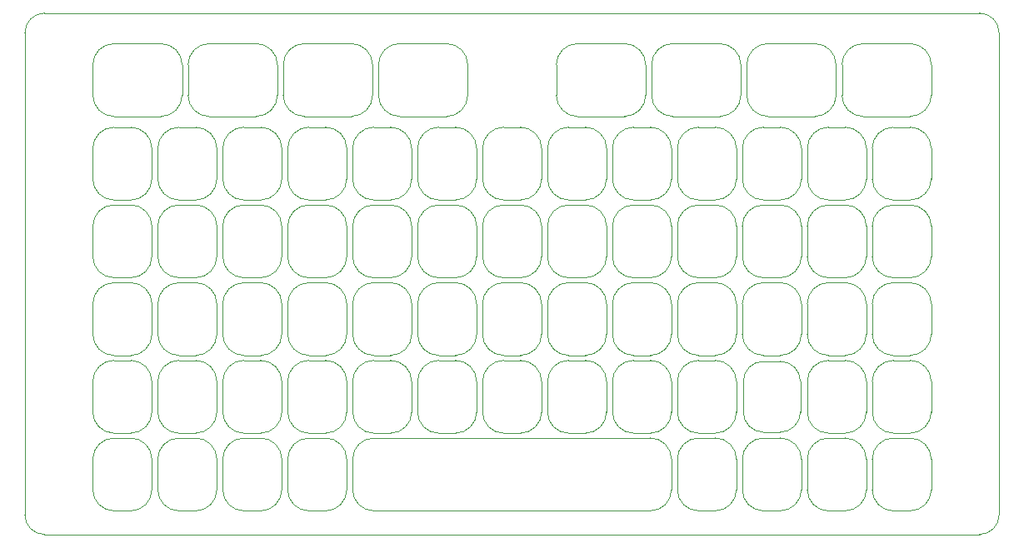
<source format=gbp>
G04*
G04 #@! TF.GenerationSoftware,Altium Limited,Altium Designer,24.2.2 (26)*
G04*
G04 Layer_Color=128*
%FSLAX25Y25*%
%MOIN*%
G70*
G04*
G04 #@! TF.SameCoordinates,661FBD00-BEF8-4439-B900-685B4A6DAB74*
G04*
G04*
G04 #@! TF.FilePolarity,Positive*
G04*
G01*
G75*
%ADD10C,0.00394*%
D10*
X261649Y-125197D02*
G03*
X270113Y-116732I-0J8465D01*
G01*
X261649Y-156299D02*
G03*
X270113Y-147835I-0J8465D01*
G01*
X235665Y-125197D02*
G03*
X244129Y-116732I-0J8465D01*
G01*
X246492D02*
G03*
X254956Y-125197I8465J-0D01*
G01*
X270113Y-135630D02*
G03*
X261649Y-127165I-8465J0D01*
G01*
X235665Y-156299D02*
G03*
X244129Y-147835I-0J8465D01*
G01*
Y-135630D02*
G03*
X235665Y-127165I-8465J0D01*
G01*
X254956D02*
G03*
X246492Y-135630I0J-8465D01*
G01*
Y-147835D02*
G03*
X254956Y-156299I8465J-0D01*
G01*
X270113Y-104528D02*
G03*
X261649Y-96063I-8465J0D01*
G01*
Y-94095D02*
G03*
X270113Y-85630I0J8465D01*
G01*
X246492D02*
G03*
X254956Y-94095I8465J0D01*
G01*
X244129Y-104528D02*
G03*
X235665Y-96063I-8465J0D01*
G01*
X254956D02*
G03*
X246492Y-104528I0J-8465D01*
G01*
X235665Y-94095D02*
G03*
X244129Y-85630I0J8465D01*
G01*
X228972Y-127165D02*
G03*
X220507Y-135630I0J-8465D01*
G01*
X220507Y-85630D02*
G03*
X228972Y-94095I8465J0D01*
G01*
X220507Y-116732D02*
G03*
X228972Y-125197I8465J-0D01*
G01*
X220507Y-147835D02*
G03*
X228972Y-156299I8465J-0D01*
G01*
Y-96063D02*
G03*
X220507Y-104528I0J-8465D01*
G01*
X228972Y-33858D02*
G03*
X220507Y-42323I0J-8465D01*
G01*
X254956Y-33858D02*
G03*
X246492Y-42323I0J-8465D01*
G01*
X270113D02*
G03*
X261649Y-33858I-8465J0D01*
G01*
X280940D02*
G03*
X272476Y-42323I0J-8465D01*
G01*
X244129Y-42323D02*
G03*
X235665Y-33858I-8465J0D01*
G01*
X280940Y-64961D02*
G03*
X272476Y-73425I-0J-8465D01*
G01*
X228972Y-64961D02*
G03*
X220507Y-73425I0J-8465D01*
G01*
X261649Y-62992D02*
G03*
X270113Y-54528I0J8465D01*
G01*
X246492D02*
G03*
X254956Y-62992I8465J0D01*
G01*
X270113Y-73425D02*
G03*
X261649Y-64961I-8465J0D01*
G01*
X272476Y-54528D02*
G03*
X280940Y-62992I8465J0D01*
G01*
X254956Y-64961D02*
G03*
X246492Y-73425I0J-8465D01*
G01*
X244129D02*
G03*
X235665Y-64961I-8465J0D01*
G01*
Y-62992D02*
G03*
X244129Y-54528I0J8465D01*
G01*
X220507D02*
G03*
X228972Y-62992I8465J0D01*
G01*
X272476Y-116732D02*
G03*
X280940Y-125197I8465J0D01*
G01*
Y-96063D02*
G03*
X272476Y-104528I0J-8465D01*
G01*
Y-147835D02*
G03*
X280940Y-156299I8465J0D01*
G01*
X272476Y-85630D02*
G03*
X280940Y-94095I8465J0D01*
G01*
X280940Y-127165D02*
G03*
X272476Y-135630I0J-8465D01*
G01*
X287633Y-156299D02*
G03*
X296098Y-147835I0J8465D01*
G01*
Y-135630D02*
G03*
X287633Y-127165I-8465J0D01*
G01*
X296098Y-104528D02*
G03*
X287633Y-96063I-8465J0D01*
G01*
X287633Y-94095D02*
G03*
X296098Y-85630I0J8465D01*
G01*
X287633Y-125197D02*
G03*
X296098Y-116732I0J8465D01*
G01*
Y-42323D02*
G03*
X287633Y-33858I-8465J0D01*
G01*
X287633Y-62992D02*
G03*
X296098Y-54528I0J8465D01*
G01*
Y-73425D02*
G03*
X287633Y-64961I-8465J-0D01*
G01*
X339602Y-94095D02*
G03*
X348066Y-85630I0J8465D01*
G01*
X348066Y-104528D02*
G03*
X339602Y-96063I-8465J0D01*
G01*
Y-125197D02*
G03*
X348066Y-116732I0J8465D01*
G01*
X477988Y-73425D02*
G03*
X469523Y-64961I-8465J-0D01*
G01*
Y-62992D02*
G03*
X477988Y-54528I0J8465D01*
G01*
X469523Y-94095D02*
G03*
X477988Y-85630I0J8465D01*
G01*
X454365Y-85630D02*
G03*
X462830Y-94095I8465J0D01*
G01*
X391570Y-125197D02*
G03*
X400035Y-116732I-0J8465D01*
G01*
X391570Y-94095D02*
G03*
X400035Y-85630I0J8465D01*
G01*
X400035Y-104528D02*
G03*
X391570Y-96063I-8465J0D01*
G01*
X410862Y-96063D02*
G03*
X402397Y-104528I0J-8465D01*
G01*
Y-116732D02*
G03*
X410862Y-125197I8465J0D01*
G01*
X402397Y-85630D02*
G03*
X410862Y-94095I8465J0D01*
G01*
X313617Y-62992D02*
G03*
X322082Y-54528I0J8465D01*
G01*
Y-73425D02*
G03*
X313617Y-64961I-8465J-0D01*
G01*
X322082Y-104528D02*
G03*
X313617Y-96063I-8465J0D01*
G01*
Y-125197D02*
G03*
X322082Y-116732I0J8465D01*
G01*
X313617Y-94095D02*
G03*
X322082Y-85630I0J8465D01*
G01*
X324444Y-116732D02*
G03*
X332909Y-125197I8465J0D01*
G01*
X324444Y-85630D02*
G03*
X332909Y-94095I8465J0D01*
G01*
X332909Y-96063D02*
G03*
X324444Y-104528I0J-8465D01*
G01*
X462830Y-96063D02*
G03*
X454365Y-104528I0J-8465D01*
G01*
X469523Y-125197D02*
G03*
X477988Y-116732I0J8465D01*
G01*
Y-104528D02*
G03*
X469523Y-96063I-8465J0D01*
G01*
X454365Y-116732D02*
G03*
X462830Y-125197I8465J0D01*
G01*
X402397Y-54528D02*
G03*
X410862Y-62992I8465J0D01*
G01*
X400035Y-73425D02*
G03*
X391570Y-64961I-8465J0D01*
G01*
X410862Y-64961D02*
G03*
X402397Y-73425I-0J-8465D01*
G01*
X391570Y-62992D02*
G03*
X400035Y-54528I0J8465D01*
G01*
X443539Y-125197D02*
G03*
X452003Y-116732I0J8465D01*
G01*
X417555Y-94095D02*
G03*
X426019Y-85630I0J8465D01*
G01*
X428381D02*
G03*
X436846Y-94095I8465J0D01*
G01*
X443539Y-94095D02*
G03*
X452003Y-85630I0J8465D01*
G01*
X426019Y-104528D02*
G03*
X417555Y-96063I-8465J0D01*
G01*
X452003Y-104528D02*
G03*
X443539Y-96063I-8465J0D01*
G01*
X428381Y-116732D02*
G03*
X436846Y-125197I8465J0D01*
G01*
Y-96063D02*
G03*
X428381Y-104528I0J-8465D01*
G01*
X417555Y-125197D02*
G03*
X426019Y-116732I0J8465D01*
G01*
X428381Y-54528D02*
G03*
X436846Y-62992I8465J0D01*
G01*
Y-64961D02*
G03*
X428381Y-73425I-0J-8465D01*
G01*
X452003D02*
G03*
X443539Y-64961I-8465J-0D01*
G01*
X462830D02*
G03*
X454365Y-73425I-0J-8465D01*
G01*
Y-54528D02*
G03*
X462830Y-62992I8465J0D01*
G01*
X426019Y-73425D02*
G03*
X417555Y-64961I-8465J-0D01*
G01*
X443539Y-62992D02*
G03*
X452003Y-54528I0J8465D01*
G01*
X417555Y-62992D02*
G03*
X426019Y-54528I0J8465D01*
G01*
X350429Y-54528D02*
G03*
X358893Y-62992I8465J0D01*
G01*
Y-64961D02*
G03*
X350429Y-73425I0J-8465D01*
G01*
X339602Y-62992D02*
G03*
X348066Y-54528I0J8465D01*
G01*
X332909Y-64961D02*
G03*
X324444Y-73425I-0J-8465D01*
G01*
Y-54528D02*
G03*
X332909Y-62992I8465J0D01*
G01*
X348066Y-73425D02*
G03*
X339602Y-64961I-8465J-0D01*
G01*
X365586Y-125197D02*
G03*
X374051Y-116732I-0J8465D01*
G01*
X376413D02*
G03*
X384877Y-125197I8465J-0D01*
G01*
X358893Y-96063D02*
G03*
X350429Y-104528I0J-8465D01*
G01*
X374051D02*
G03*
X365586Y-96063I-8465J0D01*
G01*
X384877Y-96063D02*
G03*
X376413Y-104528I0J-8465D01*
G01*
X350429Y-85630D02*
G03*
X358893Y-94095I8465J0D01*
G01*
X350429Y-116732D02*
G03*
X358893Y-125197I8465J-0D01*
G01*
X374051Y-73425D02*
G03*
X365586Y-64961I-8465J0D01*
G01*
X376413Y-85630D02*
G03*
X384877Y-94095I8465J0D01*
G01*
X376413Y-54528D02*
G03*
X384877Y-62992I8465J0D01*
G01*
Y-64961D02*
G03*
X376413Y-73425I0J-8465D01*
G01*
X365586Y-94095D02*
G03*
X374051Y-85630I0J8465D01*
G01*
X365586Y-62992D02*
G03*
X374051Y-54528I0J8465D01*
G01*
X298460Y-85630D02*
G03*
X306925Y-94095I8465J0D01*
G01*
X298460Y-54528D02*
G03*
X306925Y-62992I8465J0D01*
G01*
Y-64961D02*
G03*
X298460Y-73425I-0J-8465D01*
G01*
Y-116732D02*
G03*
X306925Y-125197I8465J0D01*
G01*
Y-96063D02*
G03*
X298460Y-104528I0J-8465D01*
G01*
X410862Y-158268D02*
G03*
X402397Y-166732I0J-8465D01*
G01*
X374051Y-166732D02*
G03*
X365586Y-158268I-8465J0D01*
G01*
X426019Y-166732D02*
G03*
X417555Y-158268I-8465J0D01*
G01*
X384877D02*
G03*
X376413Y-166732I0J-8465D01*
G01*
X400035Y-166732D02*
G03*
X391570Y-158268I-8465J0D01*
G01*
X384877Y-127165D02*
G03*
X376413Y-135630I0J-8465D01*
G01*
X358893Y-127165D02*
G03*
X350429Y-135630I0J-8465D01*
G01*
X374051D02*
G03*
X365586Y-127165I-8465J0D01*
G01*
X417555Y-155905D02*
G03*
X425625Y-147835I0J8071D01*
G01*
Y-135630D02*
G03*
X417555Y-127559I-8071J0D01*
G01*
X391570Y-156299D02*
G03*
X400035Y-147835I-0J8465D01*
G01*
X402791D02*
G03*
X410862Y-155905I8071J0D01*
G01*
X400035Y-135630D02*
G03*
X391570Y-127165I-8465J0D01*
G01*
X410862Y-127559D02*
G03*
X402791Y-135630I0J-8071D01*
G01*
X436846Y-158268D02*
G03*
X428381Y-166732I0J-8465D01*
G01*
X452003D02*
G03*
X443539Y-158268I-8465J0D01*
G01*
X436846Y-127165D02*
G03*
X428381Y-135630I0J-8465D01*
G01*
X443539Y-156299D02*
G03*
X452003Y-147835I0J8465D01*
G01*
Y-135630D02*
G03*
X443539Y-127165I-8465J0D01*
G01*
X428381Y-147835D02*
G03*
X436846Y-156299I8465J0D01*
G01*
X332909Y-127165D02*
G03*
X324444Y-135630I0J-8465D01*
G01*
X348066D02*
G03*
X339602Y-127165I-8465J0D01*
G01*
X322082Y-135630D02*
G03*
X313617Y-127165I-8465J0D01*
G01*
X306925D02*
G03*
X298460Y-135630I0J-8465D01*
G01*
Y-147835D02*
G03*
X306925Y-156299I8465J0D01*
G01*
X313617D02*
G03*
X322082Y-147835I0J8465D01*
G01*
X324444D02*
G03*
X332909Y-156299I8465J0D01*
G01*
X365586D02*
G03*
X374051Y-147835I-0J8465D01*
G01*
X339602Y-156299D02*
G03*
X348066Y-147835I0J8465D01*
G01*
X350429Y-147835D02*
G03*
X358893Y-156299I8465J-0D01*
G01*
X376413Y-147835D02*
G03*
X384877Y-156299I8465J-0D01*
G01*
X177003Y-158268D02*
G03*
X168539Y-166732I0J-8465D01*
G01*
X192161D02*
G03*
X183696Y-158268I-8465J0D01*
G01*
X142554Y-147835D02*
G03*
X151019Y-156299I8465J0D01*
G01*
Y-127165D02*
G03*
X142554Y-135630I0J-8465D01*
G01*
Y-116732D02*
G03*
X151019Y-125197I8465J0D01*
G01*
X166176Y-166732D02*
G03*
X157712Y-158268I-8465J0D01*
G01*
X151019D02*
G03*
X142554Y-166732I0J-8465D01*
G01*
X244129Y-166732D02*
G03*
X235665Y-158268I-8465J0D01*
G01*
X254956D02*
G03*
X246492Y-166732I0J-8465D01*
G01*
X202988Y-158268D02*
G03*
X194523Y-166732I0J-8465D01*
G01*
X218145D02*
G03*
X209681Y-158268I-8465J0D01*
G01*
X228972Y-158268D02*
G03*
X220507Y-166732I0J-8465D01*
G01*
X246492Y-178937D02*
G03*
X254956Y-187402I8465J-0D01*
G01*
X142554Y-178937D02*
G03*
X151019Y-187402I8465J0D01*
G01*
X157712D02*
G03*
X166176Y-178937I0J8465D01*
G01*
X235665Y-187402D02*
G03*
X244129Y-178937I-0J8465D01*
G01*
X376413D02*
G03*
X384877Y-187402I8465J-0D01*
G01*
X365586Y-187402D02*
G03*
X374051Y-178937I-0J8465D01*
G01*
X477988Y-166732D02*
G03*
X469523Y-158268I-8465J0D01*
G01*
Y-187402D02*
G03*
X477988Y-178937I0J8465D01*
G01*
X443539Y-187402D02*
G03*
X452003Y-178937I0J8465D01*
G01*
X454365D02*
G03*
X462830Y-187402I8465J0D01*
G01*
X428381Y-178937D02*
G03*
X436846Y-187402I8465J0D01*
G01*
X462830Y-158268D02*
G03*
X454365Y-166732I0J-8465D01*
G01*
X220507Y-178937D02*
G03*
X228972Y-187402I8465J-0D01*
G01*
X209681Y-187402D02*
G03*
X218145Y-178937I0J8465D01*
G01*
X194523D02*
G03*
X202988Y-187402I8465J0D01*
G01*
X168539Y-178937D02*
G03*
X177003Y-187402I8465J0D01*
G01*
X183696D02*
G03*
X192161Y-178937I0J8465D01*
G01*
X142554Y-54528D02*
G03*
X151019Y-62992I8465J0D01*
G01*
X151019Y-96063D02*
G03*
X142554Y-104528I0J-8465D01*
G01*
Y-85630D02*
G03*
X151019Y-94095I8465J0D01*
G01*
Y-64961D02*
G03*
X142554Y-73425I-0J-8465D01*
G01*
X477988Y-135630D02*
G03*
X469523Y-127165I-8465J0D01*
G01*
X454365Y-147835D02*
G03*
X462830Y-156299I8465J0D01*
G01*
X469523D02*
G03*
X477988Y-147835I0J8465D01*
G01*
X462830Y-127165D02*
G03*
X454365Y-135630I0J-8465D01*
G01*
X402397Y-178937D02*
G03*
X410862Y-187402I8465J0D01*
G01*
X391570Y-187402D02*
G03*
X400035Y-178937I-0J8465D01*
G01*
X417555Y-187402D02*
G03*
X426019Y-178937I0J8465D01*
G01*
X202988Y-127165D02*
G03*
X194523Y-135630I0J-8465D01*
G01*
Y-116732D02*
G03*
X202988Y-125197I8465J0D01*
G01*
X209681Y-156299D02*
G03*
X218145Y-147835I0J8465D01*
G01*
X209681Y-125197D02*
G03*
X218145Y-116732I0J8465D01*
G01*
Y-135630D02*
G03*
X209681Y-127165I-8465J0D01*
G01*
X194523Y-147835D02*
G03*
X202988Y-156299I8465J0D01*
G01*
X194523Y-85630D02*
G03*
X202988Y-94095I8465J0D01*
G01*
Y-96063D02*
G03*
X194523Y-104528I0J-8465D01*
G01*
X218145D02*
G03*
X209681Y-96063I-8465J0D01*
G01*
Y-94095D02*
G03*
X218145Y-85630I0J8465D01*
G01*
X183696Y-94095D02*
G03*
X192161Y-85630I0J8465D01*
G01*
X192161Y-135630D02*
G03*
X183696Y-127165I-8465J0D01*
G01*
Y-156299D02*
G03*
X192161Y-147835I0J8465D01*
G01*
Y-104528D02*
G03*
X183696Y-96063I-8465J0D01*
G01*
Y-125197D02*
G03*
X192161Y-116732I0J8465D01*
G01*
X202988Y-33858D02*
G03*
X194523Y-42323I0J-8465D01*
G01*
X218145D02*
G03*
X209681Y-33858I-8465J0D01*
G01*
Y-62992D02*
G03*
X218145Y-54528I0J8465D01*
G01*
X192161Y-73425D02*
G03*
X183696Y-64961I-8465J-0D01*
G01*
Y-62992D02*
G03*
X192161Y-54528I0J8465D01*
G01*
X192161Y-42323D02*
G03*
X183696Y-33858I-8465J0D01*
G01*
X218145Y-73425D02*
G03*
X209681Y-64961I-8465J-0D01*
G01*
X202988D02*
G03*
X194523Y-73425I-0J-8465D01*
G01*
Y-54528D02*
G03*
X202988Y-62992I8465J0D01*
G01*
X168539Y-85630D02*
G03*
X177003Y-94095I8465J0D01*
G01*
X168539Y-147835D02*
G03*
X177003Y-156299I8465J0D01*
G01*
Y-127165D02*
G03*
X168539Y-135630I0J-8465D01*
G01*
X177003Y-96063D02*
G03*
X168539Y-104528I0J-8465D01*
G01*
Y-116732D02*
G03*
X177003Y-125197I8465J0D01*
G01*
X166176Y-42323D02*
G03*
X157712Y-33858I-8465J0D01*
G01*
X168539Y-54528D02*
G03*
X177003Y-62992I8465J0D01*
G01*
Y-64961D02*
G03*
X168539Y-73425I-0J-8465D01*
G01*
X177003Y-33858D02*
G03*
X168539Y-42323I0J-8465D01*
G01*
X166176Y-73425D02*
G03*
X157712Y-64961I-8465J-0D01*
G01*
Y-62992D02*
G03*
X166176Y-54528I0J8465D01*
G01*
X157712Y-94095D02*
G03*
X166176Y-85630I0J8465D01*
G01*
X166176Y-104528D02*
G03*
X157712Y-96063I-8465J0D01*
G01*
Y-125197D02*
G03*
X166176Y-116732I0J8465D01*
G01*
X157712Y-156299D02*
G03*
X166176Y-147835I0J8465D01*
G01*
Y-135630D02*
G03*
X157712Y-127165I-8465J0D01*
G01*
X442259Y-21063D02*
G03*
X450724Y-29528I8465J0D01*
G01*
X431432D02*
G03*
X439897Y-21063I0J8465D01*
G01*
X469523Y-29528D02*
G03*
X477988Y-21063I0J8465D01*
G01*
X327988Y-21063D02*
G03*
X336468Y-29528I8465J-0D01*
G01*
X355251D02*
G03*
X363716Y-21063I0J8465D01*
G01*
X292554Y-8858D02*
G03*
X284074Y-394I-8465J0D01*
G01*
X284089Y-29528D02*
G03*
X292554Y-21063I1J8465D01*
G01*
X401806Y-8858D02*
G03*
X393342Y-394I-8465J-0D01*
G01*
X412633D02*
G03*
X404169Y-8858I-0J-8465D01*
G01*
X374543Y-394D02*
G03*
X366078Y-8858I-0J-8465D01*
G01*
X439897D02*
G03*
X431432Y-394I-8465J-0D01*
G01*
X450724D02*
G03*
X442259Y-8858I-0J-8465D01*
G01*
X363716Y-8858D02*
G03*
X355267Y-394I-8465J0D01*
G01*
X477988Y-8858D02*
G03*
X469523Y-394I-8465J-0D01*
G01*
X336453Y-394D02*
G03*
X327988Y-8858I-1J-8465D01*
G01*
X348066Y-42323D02*
G03*
X339602Y-33858I-8465J0D01*
G01*
X358893D02*
G03*
X350429Y-42323I0J-8465D01*
G01*
X322082Y-42323D02*
G03*
X313617Y-33858I-8465J0D01*
G01*
X306925D02*
G03*
X298460Y-42323I0J-8465D01*
G01*
X332909Y-33858D02*
G03*
X324444Y-42323I0J-8465D01*
G01*
X265291Y-394D02*
G03*
X256826Y-8858I0J-8465D01*
G01*
Y-21063D02*
G03*
X265275Y-29528I8465J0D01*
G01*
X245999Y-29528D02*
G03*
X254464Y-21063I0J8465D01*
G01*
X227200Y-394D02*
G03*
X218736Y-8858I-0J-8465D01*
G01*
X254464D02*
G03*
X245999Y-394I-8465J-0D01*
G01*
X218736Y-21063D02*
G03*
X227200Y-29528I8465J0D01*
G01*
X400035Y-42323D02*
G03*
X391570Y-33858I-8465J0D01*
G01*
X384877Y-33858D02*
G03*
X376413Y-42323I0J-8465D01*
G01*
X374051D02*
G03*
X365586Y-33858I-8465J0D01*
G01*
X366078Y-21063D02*
G03*
X374543Y-29528I8465J0D01*
G01*
X410862Y-33858D02*
G03*
X402397Y-42323I0J-8465D01*
G01*
X404169Y-21063D02*
G03*
X412633Y-29528I8465J0D01*
G01*
X393342D02*
G03*
X401806Y-21063I0J8465D01*
G01*
X180645D02*
G03*
X189110Y-29528I8465J0D01*
G01*
X207909D02*
G03*
X216373Y-21063I0J8465D01*
G01*
X178283Y-8858D02*
G03*
X169818Y-394I-8465J-0D01*
G01*
Y-29528D02*
G03*
X178283Y-21063I0J8465D01*
G01*
X216373Y-8858D02*
G03*
X207909Y-394I-8465J-0D01*
G01*
X189110D02*
G03*
X180645Y-8858I-0J-8465D01*
G01*
X142554Y-21063D02*
G03*
X151019Y-29528I8465J0D01*
G01*
Y-394D02*
G03*
X142554Y-8858I-0J-8465D01*
G01*
X151019Y-33858D02*
G03*
X142554Y-42323I0J-8465D01*
G01*
X426019D02*
G03*
X417555Y-33858I-8465J0D01*
G01*
X452003Y-42323D02*
G03*
X443539Y-33858I-8465J0D01*
G01*
X462830D02*
G03*
X454365Y-42323I0J-8465D01*
G01*
X477988D02*
G03*
X469523Y-33858I-8465J0D01*
G01*
X436846D02*
G03*
X428381Y-42323I0J-8465D01*
G01*
X497259Y-196851D02*
G03*
X505134Y-188976I0J7875D01*
G01*
X115368D02*
G03*
X123243Y-196851I7875J0D01*
G01*
Y11812D02*
G03*
X115368Y3937I0J-7875D01*
G01*
X505134D02*
G03*
X497259Y11812I-7875J0D01*
G01*
X270113Y-147835D02*
Y-135630D01*
X235665Y-125197D02*
X228972D01*
X261649D02*
X254956D01*
X235665Y-156299D02*
X228972D01*
X235665Y-127165D02*
X228972D01*
X261649D02*
X254956D01*
X261649Y-156299D02*
X254956D01*
X246492Y-147835D02*
Y-135630D01*
X244129Y-147835D02*
Y-135630D01*
X270113Y-116732D02*
Y-104528D01*
X261649Y-96063D02*
X254956D01*
X270113Y-85630D02*
Y-73425D01*
X272476Y-85630D02*
Y-73425D01*
X261649Y-94095D02*
X254956D01*
X272476Y-116732D02*
Y-104528D01*
X235665Y-94095D02*
X228972D01*
X246492Y-116732D02*
Y-104528D01*
Y-85630D02*
Y-73425D01*
X244129Y-85630D02*
Y-73425D01*
X235665Y-96063D02*
X228972D01*
X244129Y-116732D02*
Y-104528D01*
X218145Y-147835D02*
Y-135630D01*
X220507Y-116732D02*
Y-104528D01*
Y-147835D02*
Y-135630D01*
Y-85630D02*
Y-73425D01*
X218145Y-85630D02*
Y-73425D01*
Y-116732D02*
Y-104528D01*
X270113Y-54528D02*
Y-42323D01*
X244129Y-54528D02*
Y-42323D01*
X220507Y-54528D02*
Y-42323D01*
X272476Y-54528D02*
Y-42323D01*
X246492Y-54528D02*
Y-42323D01*
X261649Y-33858D02*
X254956D01*
X287633D02*
X280940D01*
X235665D02*
X228972D01*
X287633Y-62992D02*
X280940D01*
X261649Y-64961D02*
X254956D01*
X235665Y-62992D02*
X228972D01*
X261649D02*
X254956D01*
X235665Y-64961D02*
X228972D01*
X287633D02*
X280940D01*
X287633Y-125197D02*
X280940D01*
X287633Y-94095D02*
X280940D01*
X287633Y-127165D02*
X280940D01*
X287633Y-96063D02*
X280940D01*
X287633Y-156299D02*
X280940D01*
X272476Y-147835D02*
Y-135630D01*
X296098Y-54528D02*
Y-42323D01*
Y-116732D02*
Y-104528D01*
Y-147835D02*
Y-135630D01*
Y-85630D02*
Y-73425D01*
X348066Y-85630D02*
Y-73425D01*
X350429Y-85630D02*
Y-73425D01*
X339602Y-94095D02*
X332909D01*
X339602Y-96063D02*
X332909D01*
X348066Y-116732D02*
Y-104528D01*
X339602Y-125197D02*
X332909D01*
X350429Y-116732D02*
Y-104528D01*
X469523Y-64961D02*
X462830D01*
X469523Y-94095D02*
X462830D01*
X469523Y-62992D02*
X462830D01*
X477988Y-85630D02*
Y-73425D01*
X417555Y-94095D02*
X410862D01*
X402397Y-116732D02*
Y-104528D01*
X417555Y-96063D02*
X410862D01*
X400035Y-116732D02*
Y-104528D01*
X417555Y-125197D02*
X410862D01*
X322082Y-116732D02*
Y-104528D01*
Y-85630D02*
Y-73425D01*
X324444Y-85630D02*
Y-73425D01*
Y-116732D02*
Y-104528D01*
X469523Y-96063D02*
X462830D01*
X477988Y-116732D02*
Y-104528D01*
X469523Y-125197D02*
X462830D01*
X454365Y-116732D02*
Y-104528D01*
X417555Y-64961D02*
X410862D01*
X402397Y-85630D02*
Y-73425D01*
X400035Y-85630D02*
Y-73425D01*
X417555Y-62992D02*
X410862D01*
X443539Y-96063D02*
X436846D01*
X443539Y-125197D02*
X436846D01*
X452003Y-116732D02*
Y-104528D01*
X428381Y-116732D02*
Y-104528D01*
X426019Y-116732D02*
Y-104528D01*
X443539Y-94095D02*
X436846D01*
X426019Y-85630D02*
Y-73425D01*
X443539Y-62992D02*
X436846D01*
X428381Y-85630D02*
Y-73425D01*
X454365Y-85630D02*
Y-73425D01*
X443539Y-64961D02*
X436846D01*
X452003Y-85630D02*
Y-73425D01*
X365586Y-62992D02*
X358893D01*
X339602D02*
X332909D01*
X339602Y-64961D02*
X332909D01*
X365586D02*
X358893D01*
X374051Y-116732D02*
Y-104528D01*
X391570Y-96063D02*
X384877D01*
X365586D02*
X358893D01*
X365586Y-94095D02*
X358893D01*
X391570Y-125197D02*
X384877D01*
X365586D02*
X358893D01*
X376413Y-116732D02*
Y-104528D01*
X391570Y-62992D02*
X384877D01*
X391570Y-64961D02*
X384877D01*
X391570Y-94095D02*
X384877D01*
X374051Y-85630D02*
Y-73425D01*
X376413Y-85630D02*
Y-73425D01*
X313617Y-125197D02*
X306925D01*
X298460Y-116732D02*
Y-104528D01*
X313617Y-96063D02*
X306925D01*
X313617Y-94095D02*
X306925D01*
X313617Y-62992D02*
X306925D01*
X313617Y-64961D02*
X306925D01*
X298460Y-85630D02*
Y-73425D01*
X391570Y-156299D02*
X384877D01*
X391570Y-158268D02*
X384877D01*
X400035Y-178937D02*
Y-166732D01*
X417555Y-158268D02*
X410862D01*
X374051Y-178937D02*
Y-166732D01*
X402397Y-178937D02*
Y-166732D01*
X426019Y-178937D02*
Y-166732D01*
X376413Y-178937D02*
Y-166732D01*
X391570Y-127165D02*
X384877D01*
X350429Y-147835D02*
Y-135630D01*
X374051Y-147835D02*
Y-135630D01*
X376413Y-147835D02*
Y-135630D01*
X365586Y-127165D02*
X358893D01*
X425625Y-147835D02*
Y-135630D01*
X417555Y-127559D02*
X410862D01*
X417555Y-155905D02*
X410862D01*
X400035Y-147835D02*
Y-135630D01*
X402791Y-147835D02*
Y-135630D01*
X443539Y-158268D02*
X436846D01*
X443539Y-127165D02*
X436846D01*
X452003Y-178937D02*
Y-166732D01*
X428381Y-178937D02*
Y-166732D01*
X452003Y-147835D02*
Y-135630D01*
X454365Y-178937D02*
Y-166732D01*
X428381Y-147835D02*
Y-135630D01*
X454365Y-147835D02*
Y-135630D01*
X443539Y-156299D02*
X436846D01*
X348066Y-147835D02*
Y-135630D01*
X339602Y-127165D02*
X332909D01*
X313617D02*
X306925D01*
X298460Y-147835D02*
Y-135630D01*
X322082Y-147835D02*
Y-135630D01*
X324444Y-147835D02*
Y-135630D01*
X365586Y-158268D02*
X254956D01*
X313617Y-156299D02*
X306925D01*
X339602D02*
X332909D01*
X365586D02*
X358893D01*
X168539Y-178937D02*
Y-166732D01*
X192161Y-178937D02*
Y-166732D01*
X142554Y-147835D02*
Y-135630D01*
X166176Y-178937D02*
Y-166732D01*
X157712Y-158268D02*
X151019D01*
X183696D02*
X177003D01*
X142554Y-178937D02*
Y-166732D01*
X235665Y-158268D02*
X228972D01*
X209681D02*
X202988D01*
X244129Y-178937D02*
Y-166732D01*
X220507Y-178937D02*
Y-166732D01*
X218145Y-178937D02*
Y-166732D01*
X246492Y-178937D02*
Y-166732D01*
X194523Y-178937D02*
Y-166732D01*
X235665Y-187402D02*
X228972D01*
X142554Y-116732D02*
Y-104528D01*
X157712Y-187402D02*
X151019D01*
X365586D02*
X254956D01*
X391570D02*
X384877D01*
X443539D02*
X436846D01*
X469523Y-158268D02*
X462830D01*
X477988Y-178937D02*
Y-166732D01*
X469523Y-187402D02*
X462830D01*
X209681D02*
X202988D01*
X183696D02*
X177003D01*
X142554Y-85630D02*
Y-73425D01*
X469523Y-156299D02*
X462830D01*
X469523Y-127165D02*
X462830D01*
X477988Y-147835D02*
Y-135630D01*
X417555Y-187402D02*
X410862D01*
X209681Y-127165D02*
X202988D01*
X209681Y-125197D02*
X202988D01*
X209681Y-156299D02*
X202988D01*
X183696Y-96063D02*
X177003D01*
X183696Y-94095D02*
X177003D01*
X183696Y-125197D02*
X177003D01*
X183696Y-127165D02*
X177003D01*
X183696Y-156299D02*
X177003D01*
X209681Y-96063D02*
X202988D01*
X209681Y-94095D02*
X202988D01*
X192161Y-85630D02*
Y-73425D01*
X194523Y-116732D02*
Y-104528D01*
X192161Y-147835D02*
Y-135630D01*
Y-116732D02*
Y-104528D01*
X194523Y-147835D02*
Y-135630D01*
Y-85630D02*
Y-73425D01*
X209681Y-64961D02*
X202988D01*
X192161Y-54528D02*
Y-42323D01*
X209681Y-33858D02*
X202988D01*
X194523Y-54528D02*
Y-42323D01*
X209681Y-62992D02*
X202988D01*
X218145Y-54528D02*
Y-42323D01*
X168539Y-116732D02*
Y-104528D01*
Y-85630D02*
Y-73425D01*
X166176Y-116732D02*
Y-104528D01*
Y-85630D02*
Y-73425D01*
Y-147835D02*
Y-135630D01*
X168539Y-147835D02*
Y-135630D01*
X183696Y-33858D02*
X177003D01*
X183696Y-62992D02*
X177003D01*
X157712D02*
X151019D01*
X183696Y-64961D02*
X177003D01*
X168539Y-54528D02*
Y-42323D01*
X157712Y-33858D02*
X151019D01*
X166176Y-54528D02*
Y-42323D01*
X157712Y-64961D02*
X151019D01*
X157712Y-156299D02*
X151019D01*
X157712Y-125197D02*
X151019D01*
X157712Y-96063D02*
X151019D01*
X157712Y-127165D02*
X151019D01*
X157712Y-94095D02*
X151019D01*
X442259Y-21063D02*
Y-8858D01*
X477988Y-21063D02*
Y-8858D01*
X439897Y-21063D02*
Y-8858D01*
X400035Y-54528D02*
Y-42323D01*
X477988Y-54528D02*
Y-42323D01*
X454365Y-54528D02*
Y-42323D01*
X452003Y-54528D02*
Y-42323D01*
X426019Y-54528D02*
Y-42323D01*
X402397Y-54528D02*
Y-42323D01*
X374051Y-54528D02*
Y-42323D01*
X376413Y-54528D02*
Y-42323D01*
X428381Y-54528D02*
Y-42323D01*
X363716Y-21063D02*
Y-8858D01*
X327988Y-21063D02*
Y-8858D01*
X355251Y-29528D02*
X336468D01*
X284089D02*
X265275Y-29528D01*
X284074Y-394D02*
X265291D01*
X292554Y-21063D02*
Y-8858D01*
X393342Y-394D02*
X374543D01*
X355267Y-394D02*
X336453Y-394D01*
X431432D02*
X412633D01*
X469523D02*
X450724D01*
X365586Y-33858D02*
X358893D01*
X348066Y-54528D02*
Y-42323D01*
X350429Y-54528D02*
Y-42323D01*
X339602Y-33858D02*
X332909D01*
X298460Y-54528D02*
Y-42323D01*
X313617Y-33858D02*
X306925D01*
X324444Y-54528D02*
Y-42323D01*
X322082Y-54528D02*
Y-42323D01*
X245999Y-29528D02*
X227200D01*
X245999Y-394D02*
X227200D01*
X254464Y-21063D02*
Y-8858D01*
X218736Y-21063D02*
Y-8858D01*
X256826Y-21063D02*
Y-8858D01*
X366078Y-21063D02*
Y-8858D01*
X404169Y-21063D02*
Y-8858D01*
X393342Y-29528D02*
X374543D01*
X401806Y-21063D02*
Y-8858D01*
X391570Y-33858D02*
X384877D01*
X207909Y-29528D02*
X189110D01*
X207909Y-394D02*
X189110D01*
X180645Y-21063D02*
Y-8858D01*
X216373Y-21063D02*
Y-8858D01*
X178283Y-21063D02*
Y-8858D01*
X142554Y-54528D02*
Y-42323D01*
X169818Y-394D02*
X151019D01*
X142554Y-21063D02*
Y-8858D01*
X169818Y-29528D02*
X151019D01*
X417555Y-33858D02*
X410862D01*
X469523D02*
X462830D01*
X431432Y-29528D02*
X412633D01*
X469523D02*
X450724D01*
X443539Y-33858D02*
X436846D01*
X505133Y-188977D02*
Y3938D01*
X497260Y-196850D02*
X123243D01*
X115369Y-188977D02*
Y3937D01*
X497260Y11811D02*
X123243D01*
M02*

</source>
